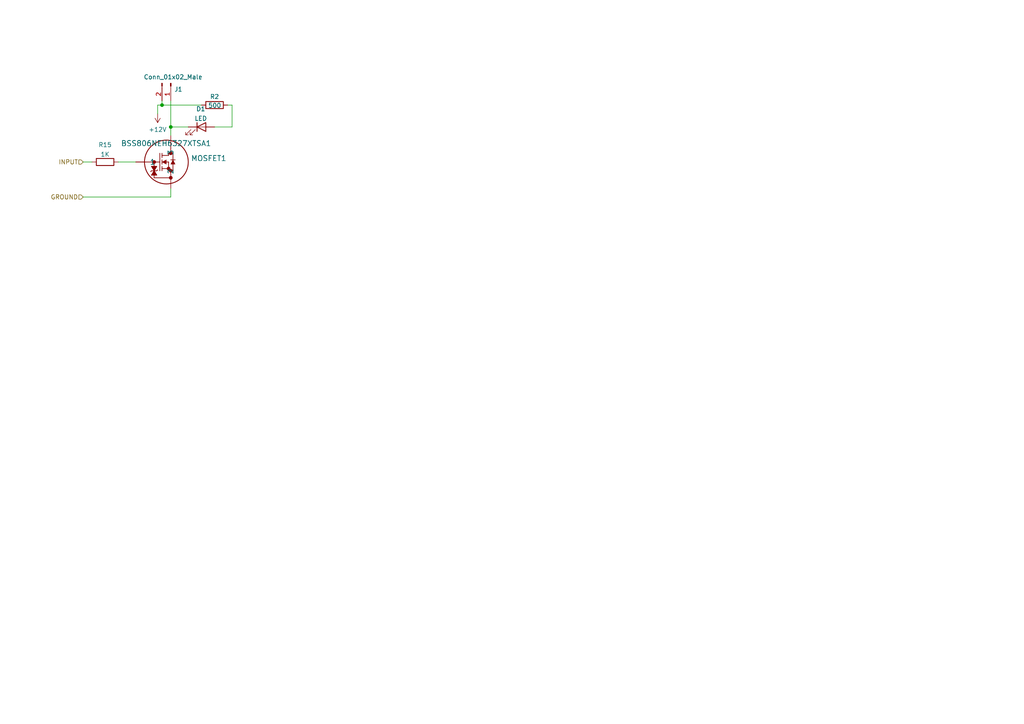
<source format=kicad_sch>
(kicad_sch (version 20210621) (generator eeschema)
  (paper "A4")
  (lib_symbols
    (symbol "2021-09-18_15-04-13:BSS806NEH6327XTSA1" (pin_numbers hide) (pin_names (offset 1.524))
      (property "Reference" "MOSFET" (at 18.542 1.905 0))
      (property "Value" "BSS806NEH6327XTSA1" (at 11.43 -5.08 0))
      (symbol "BSS806NEH6327XTSA1_1_1"
        (circle (center 5.334 0) (radius 0.0254) (stroke (width 0.508)))
        (circle (center 8.89 0) (radius 6.35) (stroke (width 0.254)))
        (circle (center 9.525 -1.905) (radius 0.0254) (stroke (width 0.508)))
        (circle (center 10.16 -4.572) (radius 0.0254) (stroke (width 0.508)))
        (circle (center 10.16 -2.54) (radius 0.0254) (stroke (width 0.508)))
        (circle (center 10.16 2.54) (radius 0.0254) (stroke (width 0.508)))
        (polyline (pts (xy 2.54 0) (xy 6.985 0)) (stroke (width 0.2032)))
        (polyline (pts (xy 4.572 -3.81) (xy 6.096 -3.81)) (stroke (width 0.2032)))
        (polyline (pts (xy 4.572 -2.54) (xy 4.318 -2.794)) (stroke (width 0.2032)))
        (polyline (pts (xy 4.572 -2.54) (xy 6.096 -2.54)) (stroke (width 0.2032)))
        (polyline (pts (xy 4.572 -1.27) (xy 5.334 -2.54)) (stroke (width 0.2032)))
        (polyline (pts (xy 5.334 -4.572) (xy 5.334 0)) (stroke (width 0.2032)))
        (polyline (pts (xy 5.334 -2.54) (xy 4.572 -3.81)) (stroke (width 0.2032)))
        (polyline (pts (xy 5.334 -2.54) (xy 6.096 -1.27)) (stroke (width 0.2032)))
        (polyline (pts (xy 6.096 -3.81) (xy 5.334 -2.54)) (stroke (width 0.2032)))
        (polyline (pts (xy 6.096 -2.54) (xy 6.35 -2.286)) (stroke (width 0.2032)))
        (polyline (pts (xy 6.096 -1.27) (xy 4.572 -1.27)) (stroke (width 0.2032)))
        (polyline (pts (xy 6.985 -2.54) (xy 6.985 2.54)) (stroke (width 0.2032)))
        (polyline (pts (xy 7.62 -2.54) (xy 7.62 -1.27)) (stroke (width 0.2032)))
        (polyline (pts (xy 7.62 -1.905) (xy 9.525 -1.905)) (stroke (width 0.2032)))
        (polyline (pts (xy 7.62 -0.635) (xy 7.62 0.635)) (stroke (width 0.2032)))
        (polyline (pts (xy 7.62 1.27) (xy 7.62 2.54)) (stroke (width 0.2032)))
        (polyline (pts (xy 7.62 1.905) (xy 9.525 1.905)) (stroke (width 0.2032)))
        (polyline (pts (xy 8.89 0) (xy 9.525 0)) (stroke (width 0.2032)))
        (polyline (pts (xy 9.525 -2.54) (xy 9.525 0)) (stroke (width 0.2032)))
        (polyline (pts (xy 9.525 -2.54) (xy 10.795 -2.54)) (stroke (width 0.2032)))
        (polyline (pts (xy 9.525 1.905) (xy 9.525 2.54)) (stroke (width 0.2032)))
        (polyline (pts (xy 9.525 2.54) (xy 10.795 2.54)) (stroke (width 0.2032)))
        (polyline (pts (xy 10.16 -4.572) (xy 5.334 -4.572)) (stroke (width 0.2032)))
        (polyline (pts (xy 10.16 -2.54) (xy 10.16 -5.08)) (stroke (width 0.2032)))
        (polyline (pts (xy 10.16 5.08) (xy 10.16 2.54)) (stroke (width 0.2032)))
        (polyline (pts (xy 10.795 -2.54) (xy 10.795 -0.635)) (stroke (width 0.2032)))
        (polyline (pts (xy 10.795 0.635) (xy 10.795 2.54)) (stroke (width 0.2032)))
        (polyline (pts (xy 11.43 0.635) (xy 10.16 0.635)) (stroke (width 0.2032)))
        (polyline (pts (xy 5.334 -2.54) (xy 5.08 -3.81) (xy 5.334 -2.54)) (fill (type outline)))
        (polyline (pts (xy 4.572 -1.27) (xy 5.334 -2.54) (xy 6.096 -1.27) (xy 4.572 -1.27)) (fill (type outline)))
        (polyline (pts (xy 5.334 -2.54) (xy 4.572 -3.81) (xy 6.096 -3.81) (xy 5.334 -2.54)) (fill (type outline)))
        (polyline (pts (xy 8.89 0.635) (xy 7.62 0) (xy 8.89 -0.635) (xy 8.89 0.635)) (stroke (width 0.0254)) (fill (type outline)))
        (polyline (pts (xy 11.43 -0.635) (xy 10.16 -0.635) (xy 10.795 0.635) (xy 11.43 -0.635)) (stroke (width 0.0254)) (fill (type outline)))
        (pin unspecified line (at 0 0 0) (length 2.54) (name "1") (number "1"))
        (pin unspecified line (at 10.16 -7.62 90) (length 2.54) (name "2") (number "2"))
        (pin unspecified line (at 10.16 7.62 270) (length 2.54) (name "3") (number "3"))
      )
    )
    (symbol "Connector:Conn_01x02_Male" (pin_names (offset 1.016) hide)
      (property "Reference" "J" (at 0 2.54 0))
      (property "Value" "Conn_01x02_Male" (at 0 -5.08 0))
      (symbol "Conn_01x02_Male_1_1"
        (rectangle (start 0.8636 -2.413) (end 0 -2.667) (stroke (width 0.1524)) (fill (type outline)))
        (rectangle (start 0.8636 0.127) (end 0 -0.127) (stroke (width 0.1524)) (fill (type outline)))
        (polyline (pts (xy 1.27 -2.54) (xy 0.8636 -2.54)) (stroke (width 0.1524)))
        (polyline (pts (xy 1.27 0) (xy 0.8636 0)) (stroke (width 0.1524)))
        (pin passive line (at 5.08 0 180) (length 3.81) (name "Pin_1") (number "1"))
        (pin passive line (at 5.08 -2.54 180) (length 3.81) (name "Pin_2") (number "2"))
      )
    )
    (symbol "Device:LED" (pin_numbers hide) (pin_names (offset 1.016) hide)
      (property "Reference" "D" (at 0 2.54 0))
      (property "Value" "LED" (at 0 -2.54 0))
      (symbol "LED_0_1"
        (polyline (pts (xy -1.27 -1.27) (xy -1.27 1.27)) (stroke (width 0.254)))
        (polyline (pts (xy -1.27 0) (xy 1.27 0)))
        (polyline (pts (xy 1.27 -1.27) (xy 1.27 1.27) (xy -1.27 0) (xy 1.27 -1.27)) (stroke (width 0.254)))
        (polyline (pts (xy -3.048 -0.762) (xy -4.572 -2.286) (xy -3.81 -2.286) (xy -4.572 -2.286) (xy -4.572 -1.524)))
        (polyline (pts (xy -1.778 -0.762) (xy -3.302 -2.286) (xy -2.54 -2.286) (xy -3.302 -2.286) (xy -3.302 -1.524)))
      )
      (symbol "LED_1_1"
        (pin passive line (at -3.81 0 0) (length 2.54) (name "K") (number "1"))
        (pin passive line (at 3.81 0 180) (length 2.54) (name "A") (number "2"))
      )
    )
    (symbol "Device:R" (pin_numbers hide) (pin_names (offset 0))
      (property "Reference" "R" (at 2.032 0 90))
      (property "Value" "R" (at 0 0 90))
      (symbol "R_0_1"
        (rectangle (start -1.016 -2.54) (end 1.016 2.54) (stroke (width 0.254)))
      )
      (symbol "R_1_1"
        (pin passive line (at 0 3.81 270) (length 1.27) (name "~") (number "1"))
        (pin passive line (at 0 -3.81 90) (length 1.27) (name "~") (number "2"))
      )
    )
    (symbol "power:+12V" (power) (pin_names (offset 0))
      (property "Value" "+12V" (at 0 3.556 0))
      (symbol "+12V_0_1"
        (polyline (pts (xy -0.762 1.27) (xy 0 2.54)))
        (polyline (pts (xy 0 0) (xy 0 2.54)))
        (polyline (pts (xy 0 2.54) (xy 0.762 1.27)))
      )
      (symbol "+12V_1_1"
        (pin power_in line (at 0 0 90) (length 0) hide (name "+12V") (number "1"))
      )
    )
  )
  (junction (at 46.99 30.48))
  (junction (at 49.53 36.83))
  (wire (pts (xy 24.13 46.99) (xy 26.67 46.99)))
  (wire (pts (xy 24.13 57.15) (xy 49.53 57.15)))
  (wire (pts (xy 34.29 46.99) (xy 39.37 46.99)))
  (wire (pts (xy 45.72 30.48) (xy 46.99 30.48)))
  (wire (pts (xy 45.72 33.02) (xy 45.72 30.48)))
  (wire (pts (xy 46.99 29.21) (xy 46.99 30.48)))
  (wire (pts (xy 46.99 30.48) (xy 58.42 30.48)))
  (wire (pts (xy 49.53 29.21) (xy 49.53 36.83)))
  (wire (pts (xy 49.53 36.83) (xy 49.53 39.37)))
  (wire (pts (xy 49.53 36.83) (xy 54.61 36.83)))
  (wire (pts (xy 49.53 54.61) (xy 49.53 57.15)))
  (wire (pts (xy 62.23 36.83) (xy 67.31 36.83)))
  (wire (pts (xy 66.04 30.48) (xy 67.31 30.48)))
  (wire (pts (xy 67.31 30.48) (xy 67.31 36.83)))
  (hierarchical_label "INPUT" (shape input) (at 24.13 46.99 180))
  (hierarchical_label "GROUND" (shape input) (at 24.13 57.15 180))
  (symbol (lib_id "power:+12V") (at 45.72 33.02 180)
    (property "Reference" "#PWR0133" (effects hide))
    (property "Value" "+12V" (at 45.72 37.5826 0))
  )
  (symbol (lib_id "Connector:Conn_01x02_Male") (at 49.53 24.13 270)
    (property "Reference" "J1" (at 50.5461 25.9139 90) (effects (justify left)))
    (property "Value" "Conn_01x02_Male" (at 41.6561 22.339 90) (effects (justify left)))
    (property "Footprint" "Connector_PinHeader_2.54mm:PinHeader_1x02_P2.54mm_Horizontal" (effects hide))
  )
  (symbol (lib_id "Device:R") (at 30.48 46.99 90)
    (property "Reference" "R15" (at 30.48 42.0074 90))
    (property "Value" "1K" (at 30.48 44.7825 90))
    (property "Footprint" "Resistor_SMD:R_0603_1608Metric" (effects hide))
  )
  (symbol (lib_id "Device:R") (at 62.23 30.48 90)
    (property "Reference" "R2" (at 62.23 28.0374 90))
    (property "Value" "500" (at 62.2775 30.5919 90))
    (property "Footprint" "Resistor_SMD:R_0603_1608Metric" (effects hide))
  )
  (symbol (lib_id "Device:LED") (at 58.42 36.83 0)
    (property "Reference" "D1" (at 58.2295 31.5934 0))
    (property "Value" "LED" (at 58.2295 34.3685 0))
    (property "Footprint" "LED_SMD:LED_1206_3216Metric" (effects hide))
  )
  (symbol (lib_id "2021-09-18_15-04-13:BSS806NEH6327XTSA1") (at 39.37 46.99 0)
    (property "Reference" "MOSFET1" (at 55.3721 45.9253 0) (effects (font (size 1.524 1.524)) (justify left)))
    (property "Value" "BSS806NEH6327XTSA1" (at 35.0521 41.5843 0) (effects (font (size 1.524 1.524)) (justify left)))
    (property "Footprint" "MOSFET:BSS806NEH6327XTSA1" (effects hide))
  )
)
</source>
